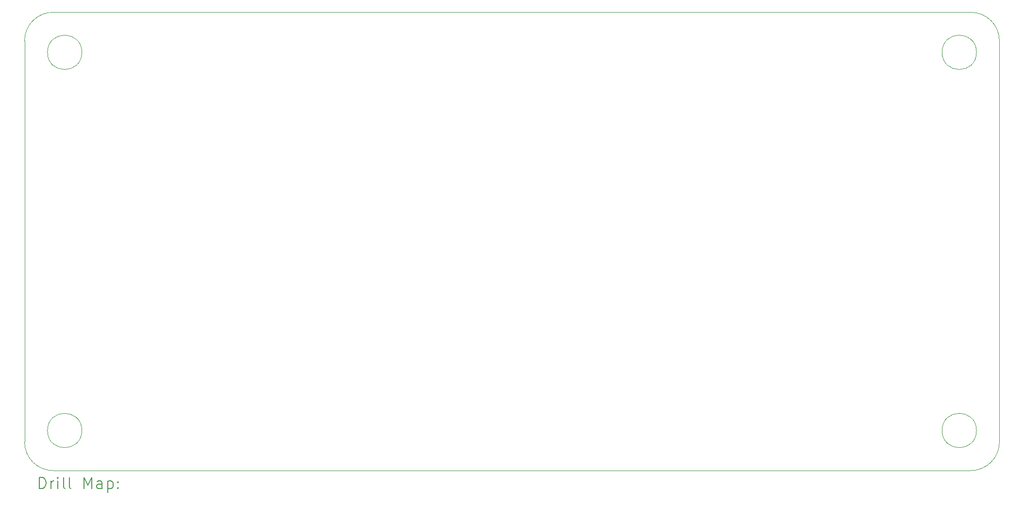
<source format=gbr>
%TF.GenerationSoftware,KiCad,Pcbnew,8.0.8-8.0.8-0~ubuntu24.04.1*%
%TF.CreationDate,2025-02-11T18:27:27-05:00*%
%TF.ProjectId,Strojni_posuv,5374726f-6a6e-4695-9f70-6f7375762e6b,rev?*%
%TF.SameCoordinates,Original*%
%TF.FileFunction,Drillmap*%
%TF.FilePolarity,Positive*%
%FSLAX45Y45*%
G04 Gerber Fmt 4.5, Leading zero omitted, Abs format (unit mm)*
G04 Created by KiCad (PCBNEW 8.0.8-8.0.8-0~ubuntu24.04.1) date 2025-02-11 18:27:27*
%MOMM*%
%LPD*%
G01*
G04 APERTURE LIST*
%ADD10C,0.050000*%
%ADD11C,0.200000*%
G04 APERTURE END LIST*
D10*
X5500000Y-11000000D02*
X21500000Y-11000000D01*
X6000000Y-10300000D02*
G75*
G02*
X5400000Y-10300000I-300000J0D01*
G01*
X5400000Y-10300000D02*
G75*
G02*
X6000000Y-10300000I300000J0D01*
G01*
X6000000Y-3700000D02*
G75*
G02*
X5400000Y-3700000I-300000J0D01*
G01*
X5400000Y-3700000D02*
G75*
G02*
X6000000Y-3700000I300000J0D01*
G01*
X22000000Y-10500000D02*
G75*
G02*
X21500000Y-11000000I-500000J0D01*
G01*
X21600000Y-10300000D02*
G75*
G02*
X21000000Y-10300000I-300000J0D01*
G01*
X21000000Y-10300000D02*
G75*
G02*
X21600000Y-10300000I300000J0D01*
G01*
X22000000Y-10500000D02*
X22000000Y-3500000D01*
X5000000Y-3500000D02*
G75*
G02*
X5500000Y-3000000I500000J0D01*
G01*
X21600000Y-3700000D02*
G75*
G02*
X21000000Y-3700000I-300000J0D01*
G01*
X21000000Y-3700000D02*
G75*
G02*
X21600000Y-3700000I300000J0D01*
G01*
X5000000Y-3500000D02*
X5000000Y-10500000D01*
X5500000Y-11000000D02*
G75*
G02*
X5000000Y-10500000I0J500000D01*
G01*
X21500000Y-3000000D02*
G75*
G02*
X22000000Y-3500000I0J-500000D01*
G01*
X21500000Y-3000000D02*
X5500000Y-3000000D01*
D11*
X5258277Y-11313984D02*
X5258277Y-11113984D01*
X5258277Y-11113984D02*
X5305896Y-11113984D01*
X5305896Y-11113984D02*
X5334467Y-11123508D01*
X5334467Y-11123508D02*
X5353515Y-11142555D01*
X5353515Y-11142555D02*
X5363039Y-11161603D01*
X5363039Y-11161603D02*
X5372563Y-11199698D01*
X5372563Y-11199698D02*
X5372563Y-11228269D01*
X5372563Y-11228269D02*
X5363039Y-11266365D01*
X5363039Y-11266365D02*
X5353515Y-11285412D01*
X5353515Y-11285412D02*
X5334467Y-11304460D01*
X5334467Y-11304460D02*
X5305896Y-11313984D01*
X5305896Y-11313984D02*
X5258277Y-11313984D01*
X5458277Y-11313984D02*
X5458277Y-11180650D01*
X5458277Y-11218746D02*
X5467801Y-11199698D01*
X5467801Y-11199698D02*
X5477324Y-11190174D01*
X5477324Y-11190174D02*
X5496372Y-11180650D01*
X5496372Y-11180650D02*
X5515420Y-11180650D01*
X5582086Y-11313984D02*
X5582086Y-11180650D01*
X5582086Y-11113984D02*
X5572563Y-11123508D01*
X5572563Y-11123508D02*
X5582086Y-11133031D01*
X5582086Y-11133031D02*
X5591610Y-11123508D01*
X5591610Y-11123508D02*
X5582086Y-11113984D01*
X5582086Y-11113984D02*
X5582086Y-11133031D01*
X5705896Y-11313984D02*
X5686848Y-11304460D01*
X5686848Y-11304460D02*
X5677324Y-11285412D01*
X5677324Y-11285412D02*
X5677324Y-11113984D01*
X5810658Y-11313984D02*
X5791610Y-11304460D01*
X5791610Y-11304460D02*
X5782086Y-11285412D01*
X5782086Y-11285412D02*
X5782086Y-11113984D01*
X6039229Y-11313984D02*
X6039229Y-11113984D01*
X6039229Y-11113984D02*
X6105896Y-11256841D01*
X6105896Y-11256841D02*
X6172562Y-11113984D01*
X6172562Y-11113984D02*
X6172562Y-11313984D01*
X6353515Y-11313984D02*
X6353515Y-11209222D01*
X6353515Y-11209222D02*
X6343991Y-11190174D01*
X6343991Y-11190174D02*
X6324943Y-11180650D01*
X6324943Y-11180650D02*
X6286848Y-11180650D01*
X6286848Y-11180650D02*
X6267801Y-11190174D01*
X6353515Y-11304460D02*
X6334467Y-11313984D01*
X6334467Y-11313984D02*
X6286848Y-11313984D01*
X6286848Y-11313984D02*
X6267801Y-11304460D01*
X6267801Y-11304460D02*
X6258277Y-11285412D01*
X6258277Y-11285412D02*
X6258277Y-11266365D01*
X6258277Y-11266365D02*
X6267801Y-11247317D01*
X6267801Y-11247317D02*
X6286848Y-11237793D01*
X6286848Y-11237793D02*
X6334467Y-11237793D01*
X6334467Y-11237793D02*
X6353515Y-11228269D01*
X6448753Y-11180650D02*
X6448753Y-11380650D01*
X6448753Y-11190174D02*
X6467801Y-11180650D01*
X6467801Y-11180650D02*
X6505896Y-11180650D01*
X6505896Y-11180650D02*
X6524943Y-11190174D01*
X6524943Y-11190174D02*
X6534467Y-11199698D01*
X6534467Y-11199698D02*
X6543991Y-11218746D01*
X6543991Y-11218746D02*
X6543991Y-11275888D01*
X6543991Y-11275888D02*
X6534467Y-11294936D01*
X6534467Y-11294936D02*
X6524943Y-11304460D01*
X6524943Y-11304460D02*
X6505896Y-11313984D01*
X6505896Y-11313984D02*
X6467801Y-11313984D01*
X6467801Y-11313984D02*
X6448753Y-11304460D01*
X6629705Y-11294936D02*
X6639229Y-11304460D01*
X6639229Y-11304460D02*
X6629705Y-11313984D01*
X6629705Y-11313984D02*
X6620182Y-11304460D01*
X6620182Y-11304460D02*
X6629705Y-11294936D01*
X6629705Y-11294936D02*
X6629705Y-11313984D01*
X6629705Y-11190174D02*
X6639229Y-11199698D01*
X6639229Y-11199698D02*
X6629705Y-11209222D01*
X6629705Y-11209222D02*
X6620182Y-11199698D01*
X6620182Y-11199698D02*
X6629705Y-11190174D01*
X6629705Y-11190174D02*
X6629705Y-11209222D01*
M02*

</source>
